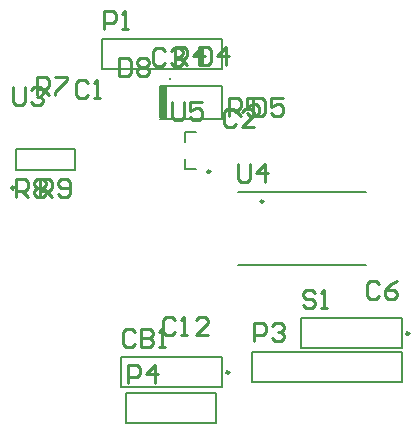
<source format=gto>
G04 Layer_Color=65535*
%FSLAX42Y42*%
%MOMM*%
G71*
G01*
G75*
%ADD17C,0.25*%
%ADD35C,0.25*%
%ADD36C,0.20*%
%ADD37R,0.80X2.80*%
D17*
X1557Y2903D02*
Y2776D01*
X1582Y2751D01*
X1633D01*
X1659Y2776D01*
Y2903D01*
X1811D02*
X1709D01*
Y2827D01*
X1760Y2852D01*
X1786D01*
X1811Y2827D01*
Y2776D01*
X1786Y2751D01*
X1735D01*
X1709Y2776D01*
X2116Y2375D02*
Y2248D01*
X2141Y2223D01*
X2192D01*
X2217Y2248D01*
Y2375D01*
X2344Y2223D02*
Y2375D01*
X2268Y2299D01*
X2370D01*
X208Y3023D02*
Y2896D01*
X234Y2870D01*
X284D01*
X310Y2896D01*
Y3023D01*
X361Y2997D02*
X386Y3023D01*
X437D01*
X462Y2997D01*
Y2972D01*
X437Y2946D01*
X411D01*
X437D01*
X462Y2921D01*
Y2896D01*
X437Y2870D01*
X386D01*
X361Y2896D01*
X2763Y1280D02*
X2738Y1306D01*
X2687D01*
X2662Y1280D01*
Y1255D01*
X2687Y1229D01*
X2738D01*
X2763Y1204D01*
Y1179D01*
X2738Y1153D01*
X2687D01*
X2662Y1179D01*
X2814Y1153D02*
X2865D01*
X2840D01*
Y1306D01*
X2814Y1280D01*
X439Y2098D02*
Y2250D01*
X516D01*
X541Y2225D01*
Y2174D01*
X516Y2149D01*
X439D01*
X490D02*
X541Y2098D01*
X592Y2123D02*
X617Y2098D01*
X668D01*
X693Y2123D01*
Y2225D01*
X668Y2250D01*
X617D01*
X592Y2225D01*
Y2200D01*
X617Y2174D01*
X693D01*
X236Y2098D02*
Y2250D01*
X312D01*
X338Y2225D01*
Y2174D01*
X312Y2149D01*
X236D01*
X287D02*
X338Y2098D01*
X389Y2225D02*
X414Y2250D01*
X465D01*
X490Y2225D01*
Y2200D01*
X465Y2174D01*
X490Y2149D01*
Y2123D01*
X465Y2098D01*
X414D01*
X389Y2123D01*
Y2149D01*
X414Y2174D01*
X389Y2200D01*
Y2225D01*
X414Y2174D02*
X465D01*
X413Y2960D02*
Y3113D01*
X489D01*
X514Y3087D01*
Y3037D01*
X489Y3011D01*
X413D01*
X464D02*
X514Y2960D01*
X565Y3113D02*
X667D01*
Y3087D01*
X565Y2986D01*
Y2960D01*
X2040Y2784D02*
Y2936D01*
X2116D01*
X2141Y2911D01*
Y2860D01*
X2116Y2835D01*
X2040D01*
X2090D02*
X2141Y2784D01*
X2294Y2936D02*
X2192D01*
Y2860D01*
X2243Y2885D01*
X2268D01*
X2294Y2860D01*
Y2809D01*
X2268Y2784D01*
X2217D01*
X2192Y2809D01*
X1582Y3216D02*
Y3368D01*
X1659D01*
X1684Y3343D01*
Y3292D01*
X1659Y3266D01*
X1582D01*
X1633D02*
X1684Y3216D01*
X1811D02*
Y3368D01*
X1735Y3292D01*
X1836D01*
X1184Y518D02*
Y671D01*
X1260D01*
X1285Y645D01*
Y594D01*
X1260Y569D01*
X1184D01*
X1412Y518D02*
Y671D01*
X1336Y594D01*
X1438D01*
X2247Y874D02*
Y1026D01*
X2323D01*
X2348Y1001D01*
Y950D01*
X2323Y925D01*
X2247D01*
X2399Y1001D02*
X2424Y1026D01*
X2475D01*
X2501Y1001D01*
Y975D01*
X2475Y950D01*
X2450D01*
X2475D01*
X2501Y925D01*
Y899D01*
X2475Y874D01*
X2424D01*
X2399Y899D01*
X980Y3515D02*
Y3668D01*
X1057D01*
X1082Y3642D01*
Y3592D01*
X1057Y3566D01*
X980D01*
X1133Y3515D02*
X1184D01*
X1158D01*
Y3668D01*
X1133Y3642D01*
X1107Y3274D02*
Y3122D01*
X1183D01*
X1209Y3147D01*
Y3249D01*
X1183Y3274D01*
X1107D01*
X1260Y3249D02*
X1285Y3274D01*
X1336D01*
X1361Y3249D01*
Y3223D01*
X1336Y3198D01*
X1361Y3172D01*
Y3147D01*
X1336Y3122D01*
X1285D01*
X1260Y3147D01*
Y3172D01*
X1285Y3198D01*
X1260Y3223D01*
Y3249D01*
X1285Y3198D02*
X1336D01*
X2242Y2935D02*
Y2783D01*
X2318D01*
X2343Y2808D01*
Y2910D01*
X2318Y2935D01*
X2242D01*
X2495D02*
X2394D01*
Y2859D01*
X2445Y2884D01*
X2470D01*
X2495Y2859D01*
Y2808D01*
X2470Y2783D01*
X2419D01*
X2394Y2808D01*
X1784Y3367D02*
Y3214D01*
X1861D01*
X1886Y3240D01*
Y3341D01*
X1861Y3367D01*
X1784D01*
X2013Y3214D02*
Y3367D01*
X1937Y3291D01*
X2038D01*
X1239Y950D02*
X1214Y975D01*
X1163D01*
X1138Y950D01*
Y848D01*
X1163Y823D01*
X1214D01*
X1239Y848D01*
X1290Y975D02*
Y823D01*
X1366D01*
X1391Y848D01*
Y874D01*
X1366Y899D01*
X1290D01*
X1366D01*
X1391Y925D01*
Y950D01*
X1366Y975D01*
X1290D01*
X1442Y823D02*
X1493D01*
X1468D01*
Y975D01*
X1442Y950D01*
X1583Y1057D02*
X1558Y1082D01*
X1507D01*
X1482Y1057D01*
Y955D01*
X1507Y930D01*
X1558D01*
X1583Y955D01*
X1634Y930D02*
X1685D01*
X1659D01*
Y1082D01*
X1634Y1057D01*
X1862Y930D02*
X1761D01*
X1862Y1031D01*
Y1057D01*
X1837Y1082D01*
X1786D01*
X1761Y1057D01*
X3310Y1361D02*
X3284Y1387D01*
X3233D01*
X3208Y1361D01*
Y1260D01*
X3233Y1234D01*
X3284D01*
X3310Y1260D01*
X3462Y1387D02*
X3411Y1361D01*
X3360Y1311D01*
Y1260D01*
X3386Y1234D01*
X3437D01*
X3462Y1260D01*
Y1285D01*
X3437Y1311D01*
X3360D01*
X1499Y3332D02*
X1473Y3358D01*
X1422D01*
X1397Y3332D01*
Y3231D01*
X1422Y3205D01*
X1473D01*
X1499Y3231D01*
X1549Y3332D02*
X1575Y3358D01*
X1626D01*
X1651Y3332D01*
Y3307D01*
X1626Y3282D01*
X1600D01*
X1626D01*
X1651Y3256D01*
Y3231D01*
X1626Y3205D01*
X1575D01*
X1549Y3231D01*
X2093Y2812D02*
X2068Y2837D01*
X2017D01*
X1991Y2812D01*
Y2710D01*
X2017Y2685D01*
X2068D01*
X2093Y2710D01*
X2245Y2685D02*
X2144D01*
X2245Y2786D01*
Y2812D01*
X2220Y2837D01*
X2169D01*
X2144Y2812D01*
X844Y3063D02*
X819Y3089D01*
X768D01*
X742Y3063D01*
Y2962D01*
X768Y2936D01*
X819D01*
X844Y2962D01*
X895Y2936D02*
X946D01*
X920D01*
Y3089D01*
X895Y3063D01*
D35*
X2038Y610D02*
G03*
X2038Y610I-12J0D01*
G01*
X3562Y940D02*
G03*
X3562Y940I-12J0D01*
G01*
X1880Y2309D02*
G03*
X1880Y2309I-12J0D01*
G01*
X2328Y2057D02*
G03*
X2328Y2057I-12J0D01*
G01*
X220Y2173D02*
G03*
X220Y2173I-12J0D01*
G01*
D36*
X1977Y483D02*
Y737D01*
X1121D02*
X1977D01*
X1121Y483D02*
Y737D01*
Y483D02*
X1977D01*
X3501Y813D02*
Y1067D01*
X2645D02*
X3501D01*
X2645Y813D02*
Y1067D01*
Y813D02*
X3501D01*
X1668Y2334D02*
X1758D01*
X1668D02*
Y2419D01*
Y2644D02*
X1758D01*
X1668Y2559D02*
Y2644D01*
X2111Y1520D02*
X3196D01*
X2111Y2137D02*
X3196D01*
X1982Y2756D02*
Y3036D01*
X1452Y2756D02*
X1982D01*
X1452Y3036D02*
X1982D01*
X965Y3175D02*
Y3429D01*
X1981D01*
X965Y3175D02*
X1981D01*
Y3429D01*
X1538Y3094D02*
Y3104D01*
X733Y2323D02*
Y2503D01*
X233Y2323D02*
Y2503D01*
X733D01*
X233Y2323D02*
X733D01*
X1168Y432D02*
X1930D01*
X1168Y178D02*
Y432D01*
Y178D02*
X1930D01*
Y432D01*
X2231Y533D02*
Y787D01*
X3501D01*
X2231Y533D02*
X3501D01*
Y787D01*
D37*
X1482Y2896D02*
D03*
M02*

</source>
